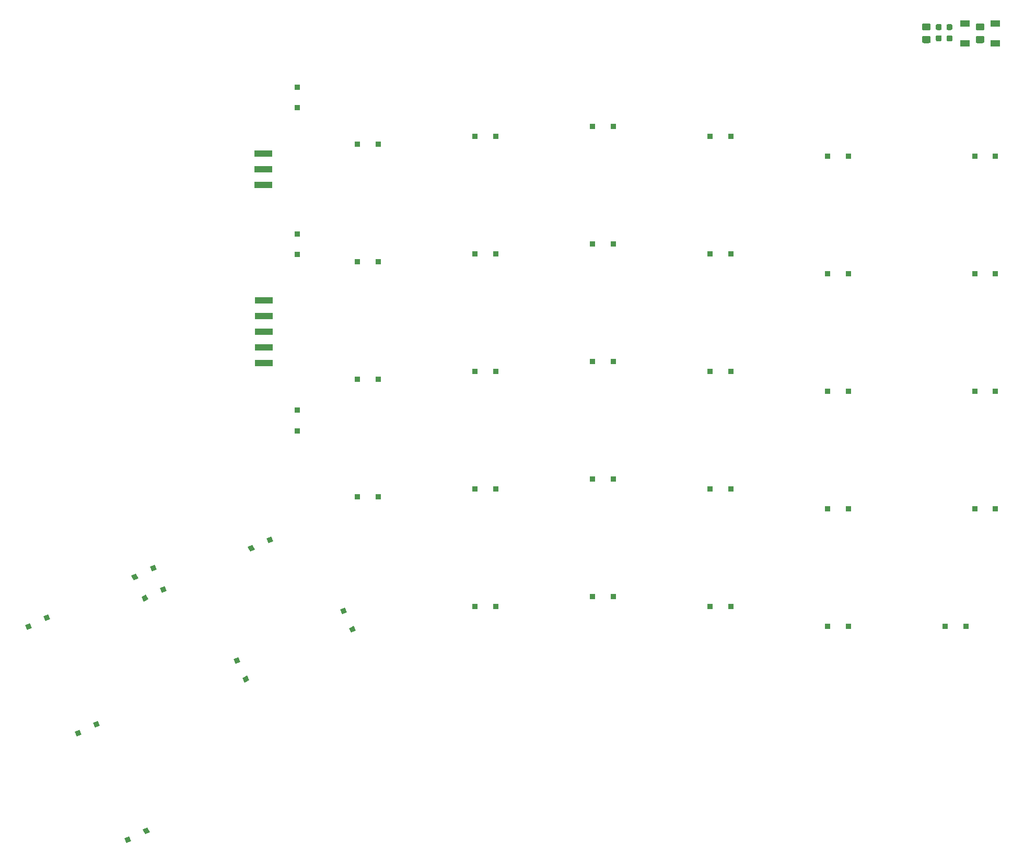
<source format=gbr>
%TF.GenerationSoftware,KiCad,Pcbnew,5.1.9*%
%TF.CreationDate,2021-04-18T19:33:57+02:00*%
%TF.ProjectId,protoMxCog,70726f74-6f4d-4784-936f-672e6b696361,rev?*%
%TF.SameCoordinates,Original*%
%TF.FileFunction,Paste,Top*%
%TF.FilePolarity,Positive*%
%FSLAX46Y46*%
G04 Gerber Fmt 4.6, Leading zero omitted, Abs format (unit mm)*
G04 Created by KiCad (PCBNEW 5.1.9) date 2021-04-18 19:33:57*
%MOMM*%
%LPD*%
G01*
G04 APERTURE LIST*
%ADD10R,3.000000X1.000000*%
%ADD11C,0.150000*%
%ADD12R,1.500000X1.000000*%
%ADD13R,0.838200X0.838200*%
G04 APERTURE END LIST*
D10*
%TO.C,J2*%
X74611000Y-108190000D03*
X74611000Y-105650000D03*
X74611000Y-103110000D03*
X74611000Y-100570000D03*
X74611000Y-98030000D03*
%TD*%
%TO.C,J1*%
X74470000Y-74250000D03*
X74470000Y-76790000D03*
X74470000Y-79330000D03*
%TD*%
D11*
%TO.C,SW0:11*%
G36*
X72204608Y-159607467D02*
G01*
X71444941Y-159961706D01*
X71090702Y-159202039D01*
X71850369Y-158847800D01*
X72204608Y-159607467D01*
G37*
G36*
X70798388Y-156591819D02*
G01*
X70038721Y-156946058D01*
X69684482Y-156186391D01*
X70444149Y-155832152D01*
X70798388Y-156591819D01*
G37*
%TD*%
%TO.C,SW0:10*%
G36*
X89468988Y-151555667D02*
G01*
X88709321Y-151909906D01*
X88355082Y-151150239D01*
X89114749Y-150796000D01*
X89468988Y-151555667D01*
G37*
G36*
X88062768Y-148540019D02*
G01*
X87303101Y-148894258D01*
X86948862Y-148134591D01*
X87708529Y-147780352D01*
X88062768Y-148540019D01*
G37*
%TD*%
D12*
%TO.C,D1*%
X188200000Y-53150000D03*
X188200000Y-56350000D03*
X193100000Y-53150000D03*
X193100000Y-56350000D03*
%TD*%
%TO.C,R1*%
G36*
G01*
X183712500Y-55062500D02*
X184187500Y-55062500D01*
G75*
G02*
X184425000Y-55300000I0J-237500D01*
G01*
X184425000Y-55800000D01*
G75*
G02*
X184187500Y-56037500I-237500J0D01*
G01*
X183712500Y-56037500D01*
G75*
G02*
X183475000Y-55800000I0J237500D01*
G01*
X183475000Y-55300000D01*
G75*
G02*
X183712500Y-55062500I237500J0D01*
G01*
G37*
G36*
G01*
X183712500Y-53237500D02*
X184187500Y-53237500D01*
G75*
G02*
X184425000Y-53475000I0J-237500D01*
G01*
X184425000Y-53975000D01*
G75*
G02*
X184187500Y-54212500I-237500J0D01*
G01*
X183712500Y-54212500D01*
G75*
G02*
X183475000Y-53975000I0J237500D01*
G01*
X183475000Y-53475000D01*
G75*
G02*
X183712500Y-53237500I237500J0D01*
G01*
G37*
%TD*%
%TO.C,D2*%
G36*
G01*
X181499999Y-55175000D02*
X182400001Y-55175000D01*
G75*
G02*
X182650000Y-55424999I0J-249999D01*
G01*
X182650000Y-56075001D01*
G75*
G02*
X182400001Y-56325000I-249999J0D01*
G01*
X181499999Y-56325000D01*
G75*
G02*
X181250000Y-56075001I0J249999D01*
G01*
X181250000Y-55424999D01*
G75*
G02*
X181499999Y-55175000I249999J0D01*
G01*
G37*
G36*
G01*
X181499999Y-53125000D02*
X182400001Y-53125000D01*
G75*
G02*
X182650000Y-53374999I0J-249999D01*
G01*
X182650000Y-54025001D01*
G75*
G02*
X182400001Y-54275000I-249999J0D01*
G01*
X181499999Y-54275000D01*
G75*
G02*
X181250000Y-54025001I0J249999D01*
G01*
X181250000Y-53374999D01*
G75*
G02*
X181499999Y-53125000I249999J0D01*
G01*
G37*
%TD*%
D13*
%TO.C,SW5:13*%
X189788800Y-74625200D03*
X193116200Y-74625200D03*
%TD*%
%TO.C,SW5:12*%
X165976300Y-74625200D03*
X169303700Y-74625200D03*
%TD*%
%TO.C,SW5:11*%
X146926300Y-71447660D03*
X150253700Y-71447660D03*
%TD*%
%TO.C,SW5:10*%
X127876300Y-69850000D03*
X131203700Y-69850000D03*
%TD*%
%TO.C,SW5:9*%
X108826300Y-71447660D03*
X112153700Y-71447660D03*
%TD*%
%TO.C,SW5:8*%
X89776300Y-72720200D03*
X93103700Y-72720200D03*
%TD*%
%TO.C,SW5:7*%
X80010000Y-66763900D03*
X80010000Y-63436500D03*
%TD*%
%TO.C,SW4:13*%
X189788800Y-93672660D03*
X193116200Y-93672660D03*
%TD*%
%TO.C,SW4:12*%
X165976300Y-93672660D03*
X169303700Y-93672660D03*
%TD*%
%TO.C,SW4:11*%
X146926300Y-90497660D03*
X150253700Y-90497660D03*
%TD*%
%TO.C,SW4:10*%
X127876300Y-88900000D03*
X131203700Y-88900000D03*
%TD*%
%TO.C,SW4:9*%
X108826300Y-90497660D03*
X112153700Y-90497660D03*
%TD*%
%TO.C,SW4:8*%
X89776300Y-91767660D03*
X93103700Y-91767660D03*
%TD*%
%TO.C,SW4:7*%
X80010000Y-90573860D03*
X80010000Y-87246460D03*
%TD*%
%TO.C,SW3:13*%
X189788800Y-112722660D03*
X193116200Y-112722660D03*
%TD*%
%TO.C,SW3:12*%
X165976300Y-112722660D03*
X169303700Y-112722660D03*
%TD*%
%TO.C,SW3:11*%
X146926300Y-109547660D03*
X150253700Y-109547660D03*
%TD*%
%TO.C,SW3:10*%
X127876300Y-107950000D03*
X131203700Y-107950000D03*
%TD*%
%TO.C,SW3:9*%
X108826300Y-109547660D03*
X112153700Y-109547660D03*
%TD*%
%TO.C,SW3:8*%
X89776300Y-110817660D03*
X93103700Y-110817660D03*
%TD*%
%TO.C,SW2:13*%
X189788800Y-131772660D03*
X193116200Y-131772660D03*
%TD*%
%TO.C,SW2:12*%
X165976300Y-131772660D03*
X169303700Y-131772660D03*
%TD*%
%TO.C,SW2:11*%
X146926300Y-128597660D03*
X150253700Y-128597660D03*
%TD*%
%TO.C,SW2:10*%
X127876300Y-127000000D03*
X131203700Y-127000000D03*
%TD*%
%TO.C,SW2:9*%
X108826300Y-128597660D03*
X112153700Y-128597660D03*
%TD*%
%TO.C,SW2:8*%
X89776300Y-129867660D03*
X93103700Y-129867660D03*
%TD*%
%TO.C,SW2:7*%
X80010000Y-119148860D03*
X80010000Y-115821460D03*
%TD*%
%TO.C,SW1:13*%
X185026300Y-150822660D03*
X188353700Y-150822660D03*
%TD*%
%TO.C,SW1:12*%
X165976300Y-150822660D03*
X169303700Y-150822660D03*
%TD*%
%TO.C,SW1:11*%
X146926300Y-147647660D03*
X150253700Y-147647660D03*
%TD*%
%TO.C,SW1:10*%
X127876300Y-146050000D03*
X131203700Y-146050000D03*
%TD*%
%TO.C,SW1:9*%
X108826300Y-147647660D03*
X112153700Y-147647660D03*
%TD*%
D11*
%TO.C,SW0:12*%
G36*
X52309813Y-185966128D02*
G01*
X51955574Y-185206461D01*
X52715241Y-184852222D01*
X53069480Y-185611889D01*
X52309813Y-185966128D01*
G37*
G36*
X55325461Y-184559908D02*
G01*
X54971222Y-183800241D01*
X55730889Y-183446002D01*
X56085128Y-184205669D01*
X55325461Y-184559908D01*
G37*
%TD*%
%TO.C,SW0:9*%
G36*
X44258013Y-168699208D02*
G01*
X43903774Y-167939541D01*
X44663441Y-167585302D01*
X45017680Y-168344969D01*
X44258013Y-168699208D01*
G37*
G36*
X47273661Y-167292988D02*
G01*
X46919422Y-166533321D01*
X47679089Y-166179082D01*
X48033328Y-166938749D01*
X47273661Y-167292988D01*
G37*
%TD*%
%TO.C,SW0:8*%
G36*
X53473133Y-143385568D02*
G01*
X53118894Y-142625901D01*
X53878561Y-142271662D01*
X54232800Y-143031329D01*
X53473133Y-143385568D01*
G37*
G36*
X56488781Y-141979348D02*
G01*
X56134542Y-141219681D01*
X56894209Y-140865442D01*
X57248448Y-141625109D01*
X56488781Y-141979348D01*
G37*
%TD*%
%TO.C,SW0:7*%
G36*
X36208753Y-151434828D02*
G01*
X35854514Y-150675161D01*
X36614181Y-150320922D01*
X36968420Y-151080589D01*
X36208753Y-151434828D01*
G37*
G36*
X39224401Y-150028608D02*
G01*
X38870162Y-149268941D01*
X39629829Y-148914702D01*
X39984068Y-149674369D01*
X39224401Y-150028608D01*
G37*
%TD*%
%TO.C,R2*%
G36*
G01*
X185462500Y-55062500D02*
X185937500Y-55062500D01*
G75*
G02*
X186175000Y-55300000I0J-237500D01*
G01*
X186175000Y-55800000D01*
G75*
G02*
X185937500Y-56037500I-237500J0D01*
G01*
X185462500Y-56037500D01*
G75*
G02*
X185225000Y-55800000I0J237500D01*
G01*
X185225000Y-55300000D01*
G75*
G02*
X185462500Y-55062500I237500J0D01*
G01*
G37*
G36*
G01*
X185462500Y-53237500D02*
X185937500Y-53237500D01*
G75*
G02*
X186175000Y-53475000I0J-237500D01*
G01*
X186175000Y-53975000D01*
G75*
G02*
X185937500Y-54212500I-237500J0D01*
G01*
X185462500Y-54212500D01*
G75*
G02*
X185225000Y-53975000I0J237500D01*
G01*
X185225000Y-53475000D01*
G75*
G02*
X185462500Y-53237500I237500J0D01*
G01*
G37*
%TD*%
%TO.C,D5*%
G36*
G01*
X190199999Y-55175000D02*
X191100001Y-55175000D01*
G75*
G02*
X191350000Y-55424999I0J-249999D01*
G01*
X191350000Y-56075001D01*
G75*
G02*
X191100001Y-56325000I-249999J0D01*
G01*
X190199999Y-56325000D01*
G75*
G02*
X189950000Y-56075001I0J249999D01*
G01*
X189950000Y-55424999D01*
G75*
G02*
X190199999Y-55175000I249999J0D01*
G01*
G37*
G36*
G01*
X190199999Y-53125000D02*
X191100001Y-53125000D01*
G75*
G02*
X191350000Y-53374999I0J-249999D01*
G01*
X191350000Y-54025001D01*
G75*
G02*
X191100001Y-54275000I-249999J0D01*
G01*
X190199999Y-54275000D01*
G75*
G02*
X189950000Y-54025001I0J249999D01*
G01*
X189950000Y-53374999D01*
G75*
G02*
X190199999Y-53125000I249999J0D01*
G01*
G37*
%TD*%
%TO.C,D1:8*%
G36*
X75363890Y-137379603D02*
G01*
X75009651Y-136619936D01*
X75769318Y-136265697D01*
X76123557Y-137025364D01*
X75363890Y-137379603D01*
G37*
G36*
X72348242Y-138785823D02*
G01*
X71994003Y-138026156D01*
X72753670Y-137671917D01*
X73107909Y-138431584D01*
X72348242Y-138785823D01*
G37*
%TD*%
%TO.C,D1:7*%
G36*
X58099510Y-145431403D02*
G01*
X57745271Y-144671736D01*
X58504938Y-144317497D01*
X58859177Y-145077164D01*
X58099510Y-145431403D01*
G37*
G36*
X55083862Y-146837623D02*
G01*
X54729623Y-146077956D01*
X55489290Y-145723717D01*
X55843529Y-146483384D01*
X55083862Y-146837623D01*
G37*
%TD*%
M02*

</source>
